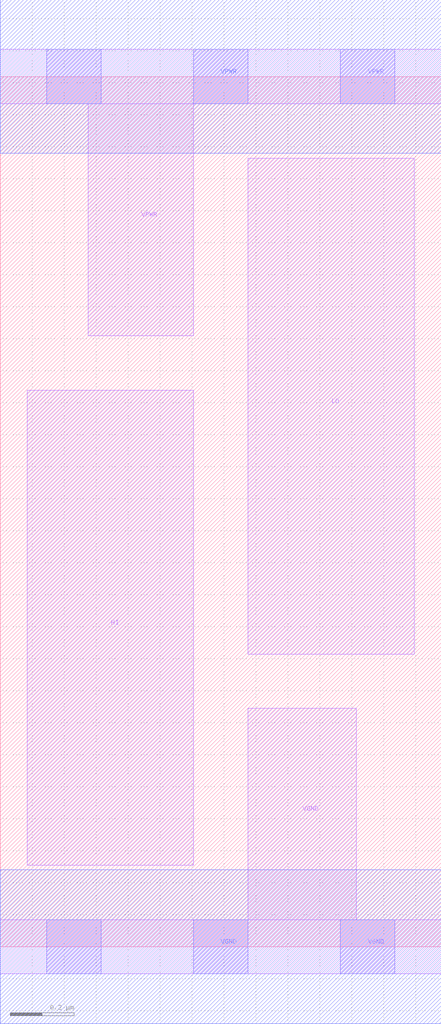
<source format=lef>
# Copyright 2020 The SkyWater PDK Authors
#
# Licensed under the Apache License, Version 2.0 (the "License");
# you may not use this file except in compliance with the License.
# You may obtain a copy of the License at
#
#     https://www.apache.org/licenses/LICENSE-2.0
#
# Unless required by applicable law or agreed to in writing, software
# distributed under the License is distributed on an "AS IS" BASIS,
# WITHOUT WARRANTIES OR CONDITIONS OF ANY KIND, either express or implied.
# See the License for the specific language governing permissions and
# limitations under the License.
#
# SPDX-License-Identifier: Apache-2.0

VERSION 5.7 ;
  NAMESCASESENSITIVE ON ;
  NOWIREEXTENSIONATPIN ON ;
  DIVIDERCHAR "/" ;
  BUSBITCHARS "[]" ;
UNITS
  DATABASE MICRONS 200 ;
END UNITS
MACRO sky130_fd_sc_hd__conb_1
  CLASS CORE ;
  SOURCE USER ;
  FOREIGN sky130_fd_sc_hd__conb_1 ;
  ORIGIN  0.000000  0.000000 ;
  SIZE  1.380000 BY  2.720000 ;
  SYMMETRY X Y R90 ;
  SITE unithd ;
  PIN HI
    DIRECTION OUTPUT ;
    USE SIGNAL ;
    PORT
      LAYER li1 ;
        RECT 0.085000 0.255000 0.605000 1.740000 ;
    END
  END HI
  PIN LO
    DIRECTION OUTPUT ;
    USE SIGNAL ;
    PORT
      LAYER li1 ;
        RECT 0.775000 0.915000 1.295000 2.465000 ;
    END
  END LO
  PIN VGND
    DIRECTION INOUT ;
    SHAPE ABUTMENT ;
    USE GROUND ;
    PORT
      LAYER li1 ;
        RECT 0.000000 -0.085000 1.380000 0.085000 ;
        RECT 0.775000  0.085000 1.115000 0.745000 ;
      LAYER mcon ;
        RECT 0.145000 -0.085000 0.315000 0.085000 ;
        RECT 0.605000 -0.085000 0.775000 0.085000 ;
        RECT 1.065000 -0.085000 1.235000 0.085000 ;
      LAYER met1 ;
        RECT 0.000000 -0.240000 1.380000 0.240000 ;
    END
  END VGND
  PIN VPWR
    DIRECTION INOUT ;
    SHAPE ABUTMENT ;
    USE POWER ;
    PORT
      LAYER li1 ;
        RECT 0.000000 2.635000 1.380000 2.805000 ;
        RECT 0.275000 1.910000 0.605000 2.635000 ;
      LAYER mcon ;
        RECT 0.145000 2.635000 0.315000 2.805000 ;
        RECT 0.605000 2.635000 0.775000 2.805000 ;
        RECT 1.065000 2.635000 1.235000 2.805000 ;
      LAYER met1 ;
        RECT 0.000000 2.480000 1.380000 2.960000 ;
    END
  END VPWR
END sky130_fd_sc_hd__conb_1

</source>
